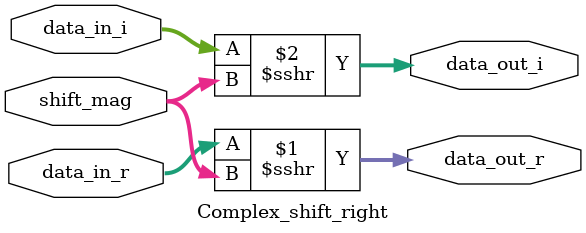
<source format=v>
/*
dividing the value by factor of 2
*/
////////////////////////////////////////////////////////////////////////////////////////
module Complex_shift_right
#(parameter DATA_WIDTH = 16,
            NFFT = 128) (
    input   wire signed    [DATA_WIDTH-1:0]  data_in_r, data_in_i,
    input wire [$clog2(NFFT):0] shift_mag,
    //input wire [DATA_WIDTH-1:0]  shift_mag,
    output  wire signed   [DATA_WIDTH-1:0] data_out_r, data_out_i
);

assign data_out_r = data_in_r >>> shift_mag;
assign data_out_i = data_in_i >>> shift_mag;
endmodule
</source>
